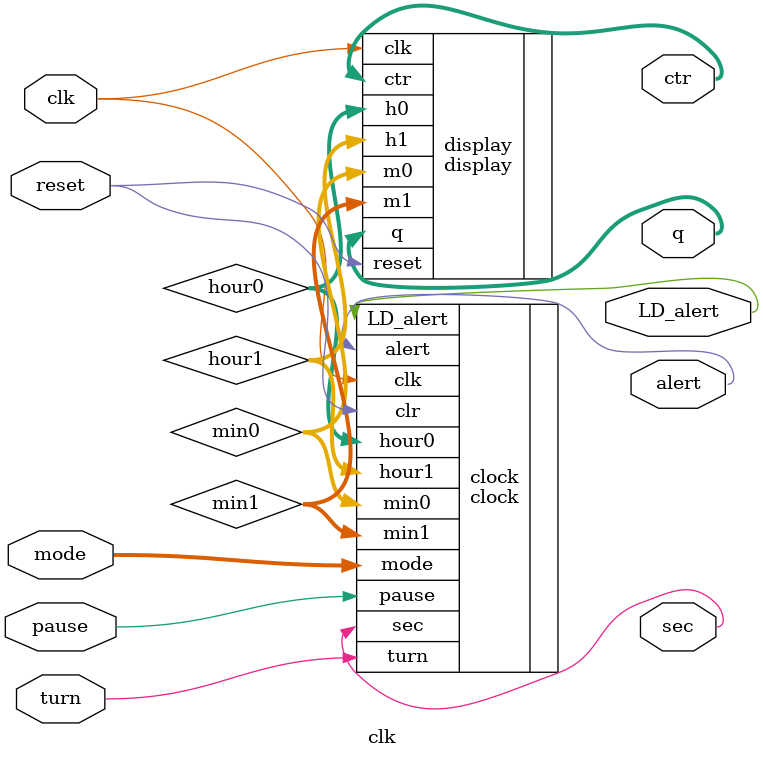
<source format=v>
module clk(clk,
       reset,
       mode,
       turn,
       pause,
       q,
       ctr,
       sec,
       alert,
       LD_alert
             );

input   clk;
input   reset;
input   [1:0]mode;
input   turn;
input   pause;


output  [6:0]q;
output  sec;
output  alert;
output  LD_alert;
output  [3:0]ctr;

wire     [3:0]min1; 
wire     [3:0]min0; 
wire     [3:0]hour1;
wire     [3:0]hour0;
wire     [3:0]ctr;

wire      [6:0]q;
wire      sec;
wire      alert;
wire      LD_alert;



clock  clock(.clk(clk),.clr(reset),.mode(mode),.turn(turn),.pause(pause),.min0(min0),.min1(min1),.hour0(hour0),.hour1(hour1),.sec(sec),.alert(alert),.LD_alert(LD_alert));
display  display(.h1(hour1),.h0(hour0),.m1(min1),.m0(min0),.clk(clk),.reset(reset),.q(q),.ctr(ctr));


endmodule
</source>
